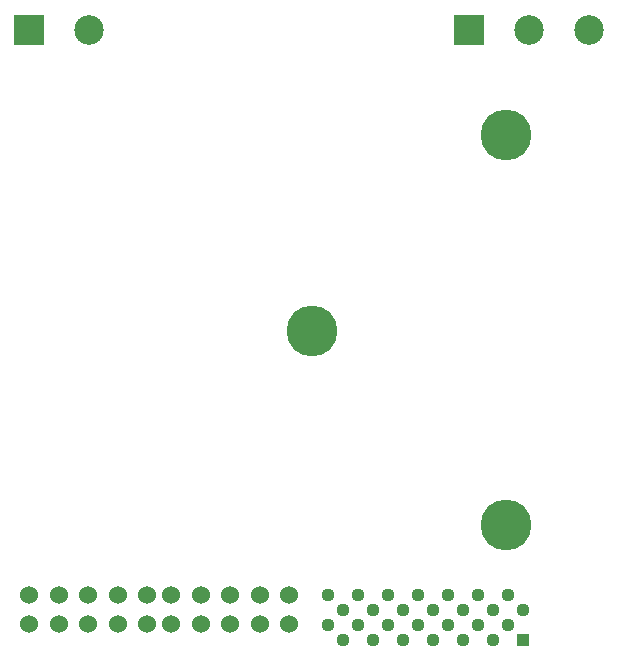
<source format=gbr>
%TF.GenerationSoftware,KiCad,Pcbnew,(6.0.1-0)*%
%TF.CreationDate,2022-12-23T21:27:24-08:00*%
%TF.ProjectId,ESC Daughterboard,45534320-4461-4756-9768-746572626f61,rev?*%
%TF.SameCoordinates,Original*%
%TF.FileFunction,Soldermask,Bot*%
%TF.FilePolarity,Negative*%
%FSLAX46Y46*%
G04 Gerber Fmt 4.6, Leading zero omitted, Abs format (unit mm)*
G04 Created by KiCad (PCBNEW (6.0.1-0)) date 2022-12-23 21:27:24*
%MOMM*%
%LPD*%
G01*
G04 APERTURE LIST*
%ADD10R,2.500000X2.500000*%
%ADD11C,2.500000*%
%ADD12C,4.300000*%
%ADD13R,1.110000X1.110000*%
%ADD14C,1.110000*%
%ADD15C,1.528000*%
G04 APERTURE END LIST*
D10*
%TO.C,Phase 1*%
X154815000Y-69100000D03*
D11*
X159895000Y-69100000D03*
X164975000Y-69100000D03*
%TD*%
D12*
%TO.C,H1*%
X157960000Y-111000000D03*
%TD*%
D13*
%TO.C,J4*%
X159400000Y-120700000D03*
D14*
X158130000Y-119430000D03*
X156860000Y-120700000D03*
X155590000Y-119430000D03*
X154320000Y-120700000D03*
X153050000Y-119430000D03*
X151780000Y-120700000D03*
X150510000Y-119430000D03*
X149240000Y-120700000D03*
X147970000Y-119430000D03*
X146700000Y-120700000D03*
X145430000Y-119430000D03*
X144160000Y-120700000D03*
X142890000Y-119430000D03*
X159400000Y-118160000D03*
X158130000Y-116890000D03*
X156860000Y-118160000D03*
X155590000Y-116890000D03*
X154320000Y-118160000D03*
X153050000Y-116890000D03*
X151780000Y-118160000D03*
X150510000Y-116890000D03*
X149240000Y-118160000D03*
X147970000Y-116890000D03*
X146700000Y-118160000D03*
X145430000Y-116890000D03*
X144160000Y-118160000D03*
X142890000Y-116890000D03*
D15*
X139609996Y-116890000D03*
X137109996Y-116890000D03*
X134609996Y-116890000D03*
X132109996Y-116890000D03*
X129609999Y-116890000D03*
X127609995Y-116890000D03*
X125109995Y-116890000D03*
X122609995Y-116890000D03*
X120109995Y-116890000D03*
X117609995Y-116890000D03*
X139609996Y-119390000D03*
X137109996Y-119390000D03*
X134609996Y-119390000D03*
X132109996Y-119390000D03*
X129609999Y-119390000D03*
X127609995Y-119390000D03*
X125109995Y-119390000D03*
X122609995Y-119390000D03*
X120109995Y-119390000D03*
X117609995Y-119390000D03*
%TD*%
D12*
%TO.C,H3*%
X141560000Y-94600000D03*
%TD*%
%TO.C,H2*%
X157960000Y-78000000D03*
%TD*%
D10*
%TO.C,PWR*%
X117620000Y-69100000D03*
D11*
X122700000Y-69100000D03*
%TD*%
M02*

</source>
